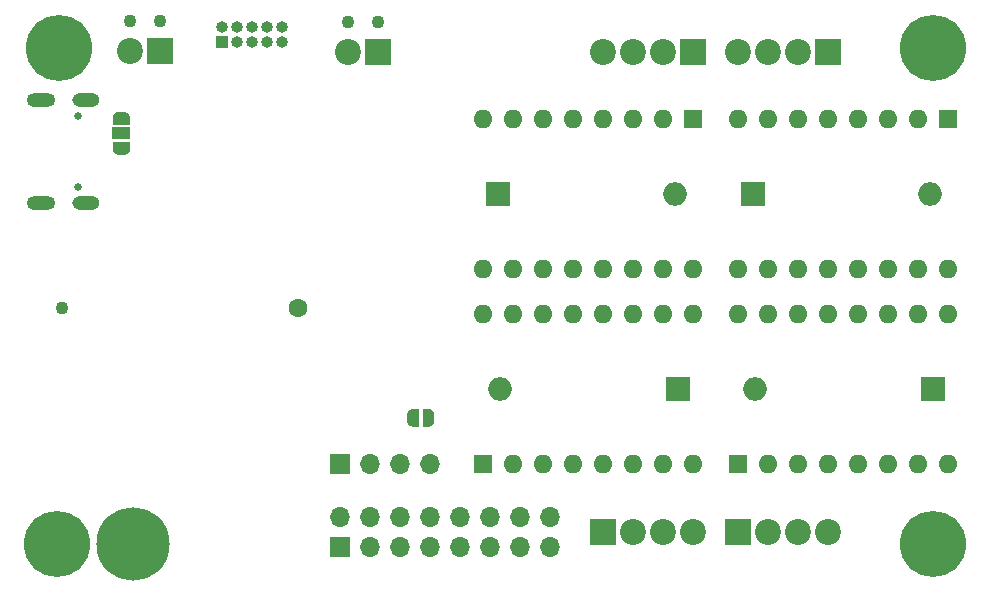
<source format=gbr>
G04 #@! TF.GenerationSoftware,KiCad,Pcbnew,(5.1.8)-1*
G04 #@! TF.CreationDate,2020-12-27T14:08:24+01:00*
G04 #@! TF.ProjectId,mmStep,6d6d5374-6570-42e6-9b69-6361645f7063,rev?*
G04 #@! TF.SameCoordinates,Original*
G04 #@! TF.FileFunction,Soldermask,Bot*
G04 #@! TF.FilePolarity,Negative*
%FSLAX46Y46*%
G04 Gerber Fmt 4.6, Leading zero omitted, Abs format (unit mm)*
G04 Created by KiCad (PCBNEW (5.1.8)-1) date 2020-12-27 14:08:24*
%MOMM*%
%LPD*%
G01*
G04 APERTURE LIST*
%ADD10C,6.200000*%
%ADD11C,1.600000*%
%ADD12C,1.100000*%
%ADD13O,1.600000X1.600000*%
%ADD14R,1.600000X1.600000*%
%ADD15C,5.600000*%
%ADD16O,2.000000X2.000000*%
%ADD17R,2.000000X2.000000*%
%ADD18C,0.100000*%
%ADD19O,1.700000X1.700000*%
%ADD20R,1.700000X1.700000*%
%ADD21C,2.200000*%
%ADD22R,2.200000X2.200000*%
%ADD23O,2.400000X1.200000*%
%ADD24O,2.316000X1.158000*%
%ADD25C,0.630000*%
%ADD26C,0.600000*%
%ADD27O,1.000000X1.000000*%
%ADD28R,1.000000X1.000000*%
%ADD29R,1.500000X1.000000*%
G04 APERTURE END LIST*
D10*
X9753600Y-45500000D03*
D11*
X23753600Y-25505000D03*
D12*
X3753600Y-25505000D03*
D13*
X57150000Y-22225000D03*
X39370000Y-9525000D03*
X54610000Y-22225000D03*
X41910000Y-9525000D03*
X52070000Y-22225000D03*
X44450000Y-9525000D03*
X49530000Y-22225000D03*
X46990000Y-9525000D03*
X46990000Y-22225000D03*
X49530000Y-9525000D03*
X44450000Y-22225000D03*
X52070000Y-9525000D03*
X41910000Y-22225000D03*
X54610000Y-9525000D03*
X39370000Y-22225000D03*
D14*
X57150000Y-9525000D03*
D13*
X78740000Y-22225000D03*
X60960000Y-9525000D03*
X76200000Y-22225000D03*
X63500000Y-9525000D03*
X73660000Y-22225000D03*
X66040000Y-9525000D03*
X71120000Y-22225000D03*
X68580000Y-9525000D03*
X68580000Y-22225000D03*
X71120000Y-9525000D03*
X66040000Y-22225000D03*
X73660000Y-9525000D03*
X63500000Y-22225000D03*
X76200000Y-9525000D03*
X60960000Y-22225000D03*
D14*
X78740000Y-9525000D03*
D13*
X39370000Y-26035000D03*
X57150000Y-38735000D03*
X41910000Y-26035000D03*
X54610000Y-38735000D03*
X44450000Y-26035000D03*
X52070000Y-38735000D03*
X46990000Y-26035000D03*
X49530000Y-38735000D03*
X49530000Y-26035000D03*
X46990000Y-38735000D03*
X52070000Y-26035000D03*
X44450000Y-38735000D03*
X54610000Y-26035000D03*
X41910000Y-38735000D03*
X57150000Y-26035000D03*
D14*
X39370000Y-38735000D03*
D13*
X60960000Y-26035000D03*
X78740000Y-38735000D03*
X63500000Y-26035000D03*
X76200000Y-38735000D03*
X66040000Y-26035000D03*
X73660000Y-38735000D03*
X68580000Y-26035000D03*
X71120000Y-38735000D03*
X71120000Y-26035000D03*
X68580000Y-38735000D03*
X73660000Y-26035000D03*
X66040000Y-38735000D03*
X76200000Y-26035000D03*
X63500000Y-38735000D03*
X78740000Y-26035000D03*
D14*
X60960000Y-38735000D03*
D15*
X77470000Y-45500000D03*
D16*
X55640000Y-15875000D03*
D17*
X40640000Y-15875000D03*
D16*
X77230000Y-15875000D03*
D17*
X62230000Y-15875000D03*
D16*
X62470000Y-32385000D03*
D17*
X77470000Y-32385000D03*
D16*
X40880000Y-32385000D03*
D17*
X55880000Y-32385000D03*
D18*
G36*
X34287600Y-34048000D02*
G01*
X34787600Y-34048000D01*
X34787600Y-34048602D01*
X34812134Y-34048602D01*
X34860965Y-34053412D01*
X34909090Y-34062984D01*
X34956045Y-34077228D01*
X35001378Y-34096005D01*
X35044651Y-34119136D01*
X35085450Y-34146396D01*
X35123379Y-34177524D01*
X35158076Y-34212221D01*
X35189204Y-34250150D01*
X35216464Y-34290949D01*
X35239595Y-34334222D01*
X35258372Y-34379555D01*
X35272616Y-34426510D01*
X35282188Y-34474635D01*
X35286998Y-34523466D01*
X35286998Y-34548000D01*
X35287600Y-34548000D01*
X35287600Y-35048000D01*
X35286998Y-35048000D01*
X35286998Y-35072534D01*
X35282188Y-35121365D01*
X35272616Y-35169490D01*
X35258372Y-35216445D01*
X35239595Y-35261778D01*
X35216464Y-35305051D01*
X35189204Y-35345850D01*
X35158076Y-35383779D01*
X35123379Y-35418476D01*
X35085450Y-35449604D01*
X35044651Y-35476864D01*
X35001378Y-35499995D01*
X34956045Y-35518772D01*
X34909090Y-35533016D01*
X34860965Y-35542588D01*
X34812134Y-35547398D01*
X34787600Y-35547398D01*
X34787600Y-35548000D01*
X34287600Y-35548000D01*
X34287600Y-34048000D01*
G37*
G36*
X33487600Y-35547398D02*
G01*
X33463066Y-35547398D01*
X33414235Y-35542588D01*
X33366110Y-35533016D01*
X33319155Y-35518772D01*
X33273822Y-35499995D01*
X33230549Y-35476864D01*
X33189750Y-35449604D01*
X33151821Y-35418476D01*
X33117124Y-35383779D01*
X33085996Y-35345850D01*
X33058736Y-35305051D01*
X33035605Y-35261778D01*
X33016828Y-35216445D01*
X33002584Y-35169490D01*
X32993012Y-35121365D01*
X32988202Y-35072534D01*
X32988202Y-35048000D01*
X32987600Y-35048000D01*
X32987600Y-34548000D01*
X32988202Y-34548000D01*
X32988202Y-34523466D01*
X32993012Y-34474635D01*
X33002584Y-34426510D01*
X33016828Y-34379555D01*
X33035605Y-34334222D01*
X33058736Y-34290949D01*
X33085996Y-34250150D01*
X33117124Y-34212221D01*
X33151821Y-34177524D01*
X33189750Y-34146396D01*
X33230549Y-34119136D01*
X33273822Y-34096005D01*
X33319155Y-34077228D01*
X33366110Y-34062984D01*
X33414235Y-34053412D01*
X33463066Y-34048602D01*
X33487600Y-34048602D01*
X33487600Y-34048000D01*
X33987600Y-34048000D01*
X33987600Y-35548000D01*
X33487600Y-35548000D01*
X33487600Y-35547398D01*
G37*
D19*
X34925000Y-38735000D03*
X32385000Y-38735000D03*
X29845000Y-38735000D03*
D20*
X27305000Y-38735000D03*
D19*
X45085000Y-43180000D03*
X45085000Y-45720000D03*
X42545000Y-43180000D03*
X42545000Y-45720000D03*
X40005000Y-43180000D03*
X40005000Y-45720000D03*
X37465000Y-43180000D03*
X37465000Y-45720000D03*
X34925000Y-43180000D03*
X34925000Y-45720000D03*
X32385000Y-43180000D03*
X32385000Y-45720000D03*
X29845000Y-43180000D03*
X29845000Y-45720000D03*
X27305000Y-43180000D03*
D20*
X27305000Y-45720000D03*
D12*
X27940000Y-1270000D03*
D21*
X27940000Y-3810000D03*
D12*
X30480000Y-1270000D03*
D22*
X30480000Y-3810000D03*
D21*
X60960000Y-3810000D03*
X63500000Y-3810000D03*
X66040000Y-3810000D03*
D22*
X68580000Y-3810000D03*
D21*
X49530000Y-3810000D03*
X52070000Y-3810000D03*
X54610000Y-3810000D03*
D22*
X57150000Y-3810000D03*
D21*
X57150000Y-44450000D03*
X54610000Y-44450000D03*
X52070000Y-44450000D03*
D22*
X49530000Y-44450000D03*
D21*
X68580000Y-44450000D03*
X66040000Y-44450000D03*
X63500000Y-44450000D03*
D22*
X60960000Y-44450000D03*
D23*
X2000000Y-16570000D03*
X2000000Y-7930000D03*
D24*
X5825000Y-16570000D03*
X5825000Y-7930000D03*
D25*
X5100000Y-9250000D03*
X5100000Y-15250000D03*
D26*
X5100000Y-15250000D03*
D15*
X3500000Y-3500000D03*
X77500000Y-3500000D03*
X3302000Y-45500000D03*
D27*
X22352000Y-1676400D03*
X22352000Y-2946400D03*
X21082000Y-1676400D03*
X21082000Y-2946400D03*
X19812000Y-1676400D03*
X19812000Y-2946400D03*
X18542000Y-1676400D03*
X18542000Y-2946400D03*
X17272000Y-1676400D03*
D28*
X17272000Y-2946400D03*
D12*
X9550400Y-1168400D03*
D21*
X9550400Y-3708400D03*
D12*
X12090400Y-1168400D03*
D22*
X12090400Y-3708400D03*
D18*
G36*
X9538400Y-11468800D02*
G01*
X9538400Y-12018800D01*
X9537798Y-12018800D01*
X9537798Y-12043334D01*
X9532988Y-12092165D01*
X9523416Y-12140290D01*
X9509172Y-12187245D01*
X9490395Y-12232578D01*
X9467264Y-12275851D01*
X9440004Y-12316650D01*
X9408876Y-12354579D01*
X9374179Y-12389276D01*
X9336250Y-12420404D01*
X9295451Y-12447664D01*
X9252178Y-12470795D01*
X9206845Y-12489572D01*
X9159890Y-12503816D01*
X9111765Y-12513388D01*
X9062934Y-12518198D01*
X9038400Y-12518198D01*
X9038400Y-12518800D01*
X8538400Y-12518800D01*
X8538400Y-12518198D01*
X8513866Y-12518198D01*
X8465035Y-12513388D01*
X8416910Y-12503816D01*
X8369955Y-12489572D01*
X8324622Y-12470795D01*
X8281349Y-12447664D01*
X8240550Y-12420404D01*
X8202621Y-12389276D01*
X8167924Y-12354579D01*
X8136796Y-12316650D01*
X8109536Y-12275851D01*
X8086405Y-12232578D01*
X8067628Y-12187245D01*
X8053384Y-12140290D01*
X8043812Y-12092165D01*
X8039002Y-12043334D01*
X8039002Y-12018800D01*
X8038400Y-12018800D01*
X8038400Y-11468800D01*
X9538400Y-11468800D01*
G37*
D29*
X8788400Y-10718800D03*
D18*
G36*
X8039002Y-9418800D02*
G01*
X8039002Y-9394266D01*
X8043812Y-9345435D01*
X8053384Y-9297310D01*
X8067628Y-9250355D01*
X8086405Y-9205022D01*
X8109536Y-9161749D01*
X8136796Y-9120950D01*
X8167924Y-9083021D01*
X8202621Y-9048324D01*
X8240550Y-9017196D01*
X8281349Y-8989936D01*
X8324622Y-8966805D01*
X8369955Y-8948028D01*
X8416910Y-8933784D01*
X8465035Y-8924212D01*
X8513866Y-8919402D01*
X8538400Y-8919402D01*
X8538400Y-8918800D01*
X9038400Y-8918800D01*
X9038400Y-8919402D01*
X9062934Y-8919402D01*
X9111765Y-8924212D01*
X9159890Y-8933784D01*
X9206845Y-8948028D01*
X9252178Y-8966805D01*
X9295451Y-8989936D01*
X9336250Y-9017196D01*
X9374179Y-9048324D01*
X9408876Y-9083021D01*
X9440004Y-9120950D01*
X9467264Y-9161749D01*
X9490395Y-9205022D01*
X9509172Y-9250355D01*
X9523416Y-9297310D01*
X9532988Y-9345435D01*
X9537798Y-9394266D01*
X9537798Y-9418800D01*
X9538400Y-9418800D01*
X9538400Y-9968800D01*
X8038400Y-9968800D01*
X8038400Y-9418800D01*
X8039002Y-9418800D01*
G37*
M02*

</source>
